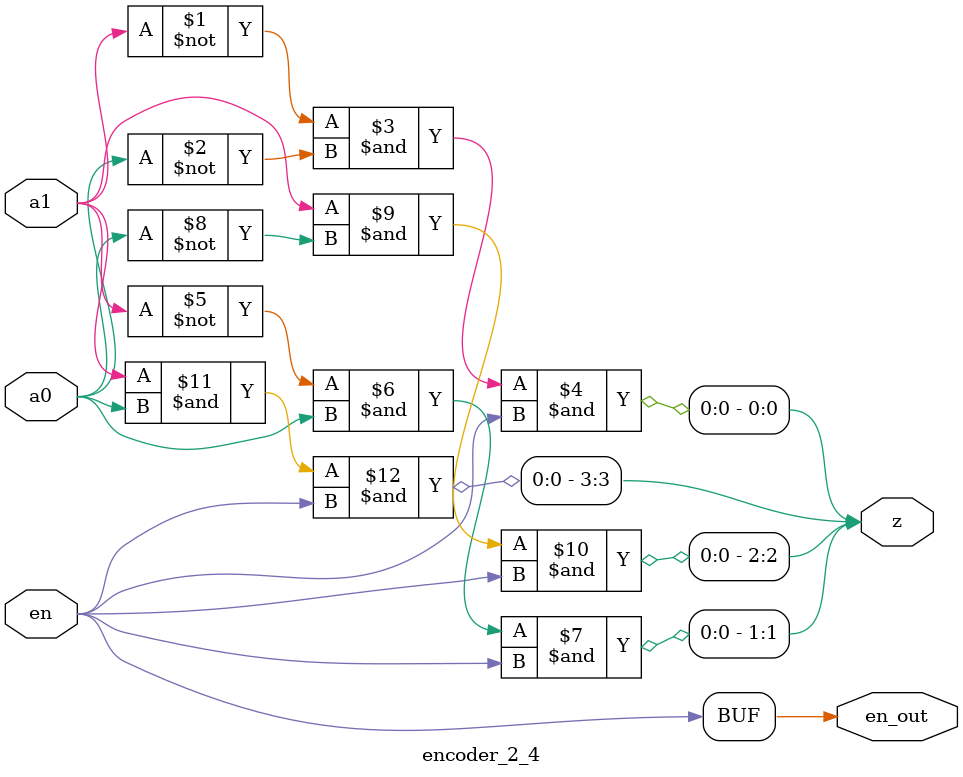
<source format=v>
`timescale 1ns / 1ps


module encoder_2_4(input en, a0, a1, output [3:0] z, output en_out);

 
 assign z[0] = (~a1 & ~a0) & en;
 assign z[1] = (~a1 & a0)  & en;
 assign z[2] = (a1 & ~a0)  & en;
 assign z[3] = (a1 & a0)   & en;
 assign en_out = en; // Tying output to input -- good idea?

endmodule

</source>
